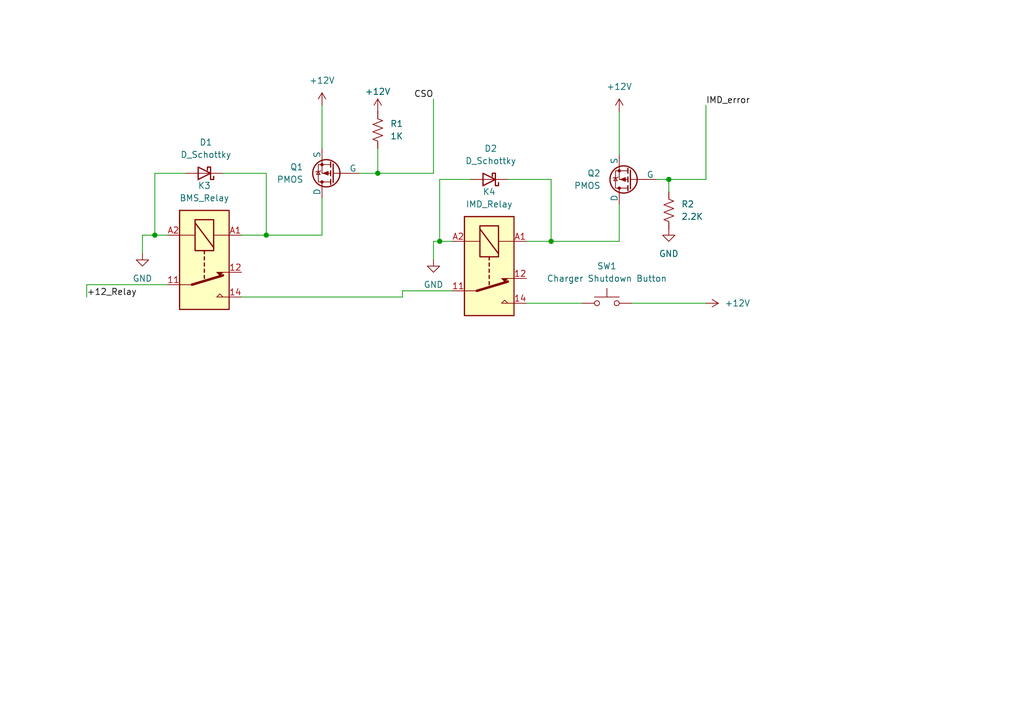
<source format=kicad_sch>
(kicad_sch (version 20250114) (generator "eeschema") (generator_version "9.0")
  (paper "A5")
  (lib_symbols
    (symbol "Device:D_Schottky" (pin_numbers (hide yes)) (pin_names (offset 1.016) (hide yes))
      (property "Reference" "D" (at 0 2.54 0))
      (property "Value" "D_Schottky" (at 0 -2.54 0))
      (symbol "D_Schottky_0_1"
        (polyline (pts (xy -1.905 0.635) (xy -1.905 1.27) (xy -1.27 1.27) (xy -1.27 -1.27) (xy -0.635 -1.27) (xy -0.635 -0.635)) (stroke (width 0.254)))
        (polyline (pts (xy 1.27 1.27) (xy 1.27 -1.27) (xy -1.27 0) (xy 1.27 1.27)) (stroke (width 0.254)))
        (polyline (pts (xy 1.27 0) (xy -1.27 0)))
      )
      (symbol "D_Schottky_1_1"
        (pin passive line (at -3.81 0 0) (length 2.54) (name "K") (number "1"))
        (pin passive line (at 3.81 0 180) (length 2.54) (name "A") (number "2"))
      )
    )
    (symbol "Device:R_US" (pin_numbers (hide yes)) (pin_names (offset 0))
      (property "Reference" "R" (at 2.54 0 90))
      (property "Value" "R_US" (at -2.54 0 90))
      (symbol "R_US_0_1"
        (polyline (pts (xy 0 2.286) (xy 0 2.54)))
        (polyline (pts (xy 0 2.286) (xy 1.016 1.905) (xy 0 1.524) (xy -1.016 1.143) (xy 0 0.762)))
        (polyline (pts (xy 0 0.762) (xy 1.016 0.381) (xy 0 0) (xy -1.016 -0.381) (xy 0 -0.762)))
        (polyline (pts (xy 0 -0.762) (xy 1.016 -1.143) (xy 0 -1.524) (xy -1.016 -1.905) (xy 0 -2.286)))
        (polyline (pts (xy 0 -2.286) (xy 0 -2.54)))
      )
      (symbol "R_US_1_1"
        (pin passive line (at 0 3.81 270) (length 1.27) (name "~") (number "1"))
        (pin passive line (at 0 -3.81 90) (length 1.27) (name "~") (number "2"))
      )
    )
    (symbol "Relay:G2RL-1"
      (property "Reference" "K" (at 11.43 3.81 0))
      (property "Value" "G2RL-1" (at 11.43 1.27 0))
      (symbol "G2RL-1_0_0"
        (polyline (pts (xy 7.62 5.08) (xy 7.62 2.54) (xy 6.985 3.175) (xy 7.62 3.81)))
      )
      (symbol "G2RL-1_0_1"
        (rectangle (start -10.16 5.08) (end 10.16 -5.08) (stroke (width 0.254)) (fill (type background)))
        (rectangle (start -8.255 1.905) (end -1.905 -1.905) (stroke (width 0.254)))
        (polyline (pts (xy -7.62 -1.905) (xy -2.54 1.905)) (stroke (width 0.254)))
        (polyline (pts (xy -5.08 5.08) (xy -5.08 1.905)))
        (polyline (pts (xy -5.08 -5.08) (xy -5.08 -1.905)))
        (polyline (pts (xy -1.905 0) (xy -1.27 0)) (stroke (width 0.254)))
        (polyline (pts (xy -0.635 0) (xy 0 0)) (stroke (width 0.254)))
        (polyline (pts (xy 0.635 0) (xy 1.27 0)) (stroke (width 0.254)))
        (polyline (pts (xy 1.905 0) (xy 2.54 0)) (stroke (width 0.254)))
        (polyline (pts (xy 2.54 5.08) (xy 2.54 2.54) (xy 3.175 3.175) (xy 2.54 3.81)) (fill (type outline)))
        (polyline (pts (xy 3.175 0) (xy 3.81 0)) (stroke (width 0.254)))
        (polyline (pts (xy 5.08 -2.54) (xy 3.175 3.81)) (stroke (width 0.508)))
        (polyline (pts (xy 5.08 -2.54) (xy 5.08 -5.08)))
      )
      (symbol "G2RL-1_1_1"
        (pin passive line (at -5.08 7.62 270) (length 2.54) (name "~") (number "A1"))
        (pin passive line (at -5.08 -7.62 90) (length 2.54) (name "~") (number "A2"))
        (pin passive line (at 2.54 7.62 270) (length 2.54) (name "~") (number "12"))
        (pin passive line (at 5.08 -7.62 90) (length 2.54) (name "~") (number "11"))
        (pin passive line (at 7.62 7.62 270) (length 2.54) (name "~") (number "14"))
      )
    )
    (symbol "Simulation_SPICE:PMOS" (pin_numbers (hide yes)) (pin_names (offset 0))
      (property "Reference" "Q" (at 5.08 1.27 0))
      (property "Value" "PMOS" (at 5.08 -1.27 0))
      (symbol "PMOS_0_1"
        (polyline (pts (xy 0.254 1.905) (xy 0.254 -1.905)) (stroke (width 0.254)))
        (polyline (pts (xy 0.254 0) (xy -2.54 0)))
        (polyline (pts (xy 0.762 2.286) (xy 0.762 1.27)) (stroke (width 0.254)))
        (polyline (pts (xy 0.762 1.778) (xy 3.302 1.778) (xy 3.302 -1.778) (xy 0.762 -1.778)))
        (polyline (pts (xy 0.762 0.508) (xy 0.762 -0.508)) (stroke (width 0.254)))
        (polyline (pts (xy 0.762 -1.27) (xy 0.762 -2.286)) (stroke (width 0.254)))
        (circle (center 1.651 0) (radius 2.794) (stroke (width 0.254)))
        (polyline (pts (xy 2.286 0) (xy 1.27 0.381) (xy 1.27 -0.381) (xy 2.286 0)) (fill (type outline)))
        (polyline (pts (xy 2.54 2.54) (xy 2.54 1.778)))
        (circle (center 2.54 1.778) (radius 0.254) (fill (type outline)))
        (circle (center 2.54 -1.778) (radius 0.254) (fill (type outline)))
        (polyline (pts (xy 2.54 -2.54) (xy 2.54 0) (xy 0.762 0)))
        (polyline (pts (xy 2.794 -0.508) (xy 2.921 -0.381) (xy 3.683 -0.381) (xy 3.81 -0.254)))
        (polyline (pts (xy 3.302 -0.381) (xy 2.921 0.254) (xy 3.683 0.254) (xy 3.302 -0.381)))
      )
      (symbol "PMOS_1_1"
        (pin input line (at -5.08 0 0) (length 2.54) (name "G") (number "2"))
        (pin passive line (at 2.54 5.08 270) (length 2.54) (name "D") (number "1"))
        (pin passive line (at 2.54 -5.08 90) (length 2.54) (name "S") (number "3"))
      )
    )
    (symbol "Switch:SW_MEC_5G" (pin_numbers (hide yes)) (pin_names (offset 1.016) (hide yes))
      (property "Reference" "SW" (at 1.27 2.54 0))
      (property "Value" "SW_MEC_5G" (at 0 -1.524 0))
      (symbol "SW_MEC_5G_0_1"
        (circle (center -2.032 0) (radius 0.508))
        (polyline (pts (xy 0 1.27) (xy 0 3.048)))
        (circle (center 2.032 0) (radius 0.508))
        (polyline (pts (xy 2.54 1.27) (xy -2.54 1.27)))
        (pin passive line (at -5.08 0 0) (length 2.54) (name "A") (number "1"))
        (pin passive line (at 5.08 0 180) (length 2.54) (name "B") (number "3"))
      )
      (symbol "SW_MEC_5G_1_1"
        (pin passive line (at -5.08 0 0) (length 2.54) (hide yes) (name "A") (number "2"))
        (pin passive line (at 5.08 0 180) (length 2.54) (hide yes) (name "B") (number "4"))
      )
    )
    (symbol "power:+12V" (power) (pin_numbers (hide yes)) (pin_names (offset 0) (hide yes))
      (property "Value" "+12V" (at 0 3.556 0))
      (symbol "+12V_0_1"
        (polyline (pts (xy -0.762 1.27) (xy 0 2.54)))
        (polyline (pts (xy 0 2.54) (xy 0.762 1.27)))
        (polyline (pts (xy 0 0) (xy 0 2.54)))
      )
      (symbol "+12V_1_1"
        (pin power_in line (at 0 0 90) (length 0) (name "~") (number "1"))
      )
    )
    (symbol "power:GND" (power) (pin_numbers (hide yes)) (pin_names (offset 0) (hide yes))
      (property "Value" "GND" (at 0 -3.81 0))
      (symbol "GND_0_1"
        (polyline (pts (xy 0 0) (xy 0 -1.27) (xy 1.27 -1.27) (xy 0 -2.54) (xy -1.27 -1.27) (xy 0 -1.27)))
      )
      (symbol "GND_1_1"
        (pin power_in line (at 0 0 270) (length 0) (name "~") (number "1"))
      )
    )
  )
  (junction (at 90.17 49.53))
  (junction (at 137.16 36.83))
  (junction (at 113.03 49.53))
  (junction (at 31.75 48.26))
  (junction (at 77.47 35.56))
  (junction (at 54.61 48.26))
  (wire (pts (xy 88.9 49.53) (xy 88.9 53.34)))
  (wire (pts (xy 107.95 62.23) (xy 119.38 62.23)))
  (wire (pts (xy 54.61 35.56) (xy 54.61 48.26)))
  (wire (pts (xy 38.1 35.56) (xy 31.75 35.56)))
  (wire (pts (xy 77.47 30.48) (xy 77.47 35.56)))
  (wire (pts (xy 144.78 36.83) (xy 137.16 36.83)))
  (wire (pts (xy 113.03 36.83) (xy 113.03 49.53)))
  (wire (pts (xy 90.17 49.53) (xy 90.17 36.83)))
  (wire (pts (xy 90.17 49.53) (xy 88.9 49.53)))
  (wire (pts (xy 31.75 48.26) (xy 29.21 48.26)))
  (wire (pts (xy 129.54 62.23) (xy 144.78 62.23)))
  (wire (pts (xy 104.14 36.83) (xy 113.03 36.83)))
  (wire (pts (xy 31.75 35.56) (xy 31.75 48.26)))
  (wire (pts (xy 82.55 59.69) (xy 92.71 59.69)))
  (wire (pts (xy 54.61 48.26) (xy 49.53 48.26)))
  (wire (pts (xy 34.29 58.42) (xy 17.78 58.42)))
  (wire (pts (xy 45.72 35.56) (xy 54.61 35.56)))
  (wire (pts (xy 113.03 49.53) (xy 107.95 49.53)))
  (wire (pts (xy 29.21 48.26) (xy 29.21 52.07)))
  (wire (pts (xy 66.04 48.26) (xy 54.61 48.26)))
  (wire (pts (xy 127 49.53) (xy 113.03 49.53)))
  (wire (pts (xy 88.9 20.32) (xy 88.9 35.56)))
  (wire (pts (xy 34.29 48.26) (xy 31.75 48.26)))
  (wire (pts (xy 49.53 60.96) (xy 82.55 60.96)))
  (wire (pts (xy 66.04 21.59) (xy 66.04 30.48)))
  (wire (pts (xy 144.78 21.59) (xy 144.78 36.83)))
  (wire (pts (xy 92.71 49.53) (xy 90.17 49.53)))
  (wire (pts (xy 17.78 58.42) (xy 17.78 60.96)))
  (wire (pts (xy 88.9 35.56) (xy 77.47 35.56)))
  (wire (pts (xy 82.55 60.96) (xy 82.55 59.69)))
  (wire (pts (xy 127 41.91) (xy 127 49.53)))
  (wire (pts (xy 127 22.86) (xy 127 31.75)))
  (wire (pts (xy 137.16 36.83) (xy 134.62 36.83)))
  (wire (pts (xy 90.17 36.83) (xy 96.52 36.83)))
  (wire (pts (xy 66.04 40.64) (xy 66.04 48.26)))
  (wire (pts (xy 137.16 36.83) (xy 137.16 39.37)))
  (wire (pts (xy 77.47 35.56) (xy 73.66 35.56)))
  (label "IMD_error" (at 144.78 21.59 0))
  (label "+12_Relay" (at 17.78 60.96 0))
  (label "CSO" (at 88.9 20.32 180))
  (symbol (lib_id "Simulation_SPICE:PMOS") (at 68.58 35.56 180) (unit 1)
    (property "Reference" "Q1" (at 62.23 34.2899 0) (effects (justify left)))
    (property "Value" "PMOS" (at 62.23 36.8299 0) (effects (justify left)))
    (property "Footprint" "Package_TO_SOT_SMD:SOT-23" (effects (hide yes)))
    (property "Datasheet" "https://ngspice.sourceforge.io/docs/ngspice-html-manual/manual.xhtml#cha_MOSFETs" (effects (hide yes)))
    (property "Description" "P-MOSFET transistor, drain/source/gate" (effects (hide yes)))
    (property "Sim.Device" "PMOS" (effects (hide yes)))
    (property "Sim.Type" "VDMOS" (effects (hide yes)))
    (property "Sim.Pins" "1=D 2=G 3=S" (effects (hide yes)))
  )
  (symbol (lib_id "Switch:SW_MEC_5G") (at 124.46 62.23 0) (unit 1)
    (property "Reference" "SW1" (at 124.46 54.61 0))
    (property "Value" "Charger Shutdown Button" (at 124.46 57.15 0))
    (property "Datasheet" "http://www.apem.com/int/index.php?controller=attachment&id_attachment=488" (effects (hide yes)))
    (property "Description" "MEC 5G single pole normally-open tactile switch" (effects (hide yes)))
  )
  (symbol (lib_id "power:GND") (at 137.16 46.99 0) (unit 1)
    (property "Reference" "#PWR07" (effects (hide yes)))
    (property "Value" "GND" (at 137.16 52.07 0))
    (property "Description" "Power symbol creates a global label with name \"GND\" , ground" (effects (hide yes)))
  )
  (symbol (lib_id "Simulation_SPICE:PMOS") (at 129.54 36.83 180) (unit 1)
    (property "Reference" "Q2" (at 123.19 35.5599 0) (effects (justify left)))
    (property "Value" "PMOS" (at 123.19 38.0999 0) (effects (justify left)))
    (property "Footprint" "Package_TO_SOT_SMD:SOT-23" (effects (hide yes)))
    (property "Datasheet" "https://ngspice.sourceforge.io/docs/ngspice-html-manual/manual.xhtml#cha_MOSFETs" (effects (hide yes)))
    (property "Description" "P-MOSFET transistor, drain/source/gate" (effects (hide yes)))
    (property "Sim.Device" "PMOS" (effects (hide yes)))
    (property "Sim.Type" "VDMOS" (effects (hide yes)))
    (property "Sim.Pins" "1=D 2=G 3=S" (effects (hide yes)))
  )
  (symbol (lib_id "power:GND") (at 29.21 52.07 0) (unit 1)
    (property "Reference" "#PWR04" (effects (hide yes)))
    (property "Value" "GND" (at 29.21 57.15 0))
    (property "Description" "Power symbol creates a global label with name \"GND\" , ground" (effects (hide yes)))
  )
  (symbol (lib_id "power:+12V") (at 144.78 62.23 270) (unit 1)
    (property "Reference" "#PWR01" (effects (hide yes)))
    (property "Value" "+12V" (at 148.59 62.2299 90) (effects (justify left)))
    (property "Description" "Power symbol creates a global label with name \"+12V\"" (effects (hide yes)))
  )
  (symbol (lib_id "Device:D_Schottky") (at 41.91 35.56 180) (unit 1)
    (property "Reference" "D1" (at 42.2275 29.21 0))
    (property "Value" "D_Schottky" (at 42.2275 31.75 0))
    (property "Footprint" "Diode_SMD:D_SMA" (effects (hide yes)))
    (property "Description" "Schottky diode" (effects (hide yes)))
  )
  (symbol (lib_id "power:+12V") (at 77.47 22.86 0) (unit 1)
    (property "Reference" "#PWR08" (effects (hide yes)))
    (property "Value" "+12V" (at 77.47 18.796 0))
    (property "Description" "Power symbol creates a global label with name \"+12V\"" (effects (hide yes)))
  )
  (symbol (lib_id "Relay:G2RL-1") (at 41.91 53.34 270) (unit 1)
    (property "Reference" "K3" (at 41.91 38.1 90))
    (property "Value" "BMS_Relay" (at 41.91 40.64 90))
    (property "Footprint" "Relay_THT:Relay_SPDT_Omron_G2RL-1" (effects (hide yes)))
    (property "Datasheet" "https://omronfs.omron.com/en_US/ecb/products/pdf/en-g2rl.pdf" (effects (hide yes)))
    (property "Description" "General Purpose Low Profile Relay SPDT Through Hole, Omron G2RL series, 12A 250VAC" (effects (hide yes)))
  )
  (symbol (lib_id "power:GND") (at 88.9 53.34 0) (unit 1)
    (property "Reference" "#PWR05" (effects (hide yes)))
    (property "Value" "GND" (at 88.9 58.42 0))
    (property "Description" "Power symbol creates a global label with name \"GND\" , ground" (effects (hide yes)))
  )
  (symbol (lib_id "Relay:G2RL-1") (at 100.33 54.61 270) (unit 1)
    (property "Reference" "K4" (at 100.33 39.37 90))
    (property "Value" "IMD_Relay" (at 100.33 41.91 90))
    (property "Footprint" "Relay_THT:Relay_SPDT_Omron_G2RL-1" (effects (hide yes)))
    (property "Datasheet" "https://omronfs.omron.com/en_US/ecb/products/pdf/en-g2rl.pdf" (effects (hide yes)))
    (property "Description" "General Purpose Low Profile Relay SPDT Through Hole, Omron G2RL series, 12A 250VAC" (effects (hide yes)))
  )
  (symbol (lib_id "power:+12V") (at 66.04 21.59 0) (unit 1)
    (property "Reference" "#PWR03" (effects (hide yes)))
    (property "Value" "+12V" (at 66.04 16.51 0))
    (property "Description" "Power symbol creates a global label with name \"+12V\"" (effects (hide yes)))
  )
  (symbol (lib_id "power:+12V") (at 127 22.86 0) (unit 1)
    (property "Reference" "#PWR06" (effects (hide yes)))
    (property "Value" "+12V" (at 127 17.78 0))
    (property "Description" "Power symbol creates a global label with name \"+12V\"" (effects (hide yes)))
  )
  (symbol (lib_id "Device:R_US") (at 77.47 26.67 0) (unit 1)
    (property "Reference" "R1" (at 80.01 25.3999 0) (effects (justify left)))
    (property "Value" "1K" (at 80.01 27.9399 0) (effects (justify left)))
    (property "Footprint" "Resistor_SMD:R_0805_2012Metric_Pad1.20x1.40mm_HandSolder" (effects (hide yes)))
    (property "Description" "Resistor, US symbol" (effects (hide yes)))
  )
  (symbol (lib_id "Device:R_US") (at 137.16 43.18 0) (unit 1)
    (property "Reference" "R2" (at 139.7 41.9099 0) (effects (justify left)))
    (property "Value" "2.2K" (at 139.7 44.4499 0) (effects (justify left)))
    (property "Footprint" "Resistor_SMD:R_0805_2012Metric_Pad1.20x1.40mm_HandSolder" (effects (hide yes)))
    (property "Description" "Resistor, US symbol" (effects (hide yes)))
  )
  (symbol (lib_id "Device:D_Schottky") (at 100.33 36.83 180) (unit 1)
    (property "Reference" "D2" (at 100.6475 30.48 0))
    (property "Value" "D_Schottky" (at 100.6475 33.02 0))
    (property "Footprint" "Diode_SMD:D_SMA" (effects (hide yes)))
    (property "Description" "Schottky diode" (effects (hide yes)))
  )
)
</source>
